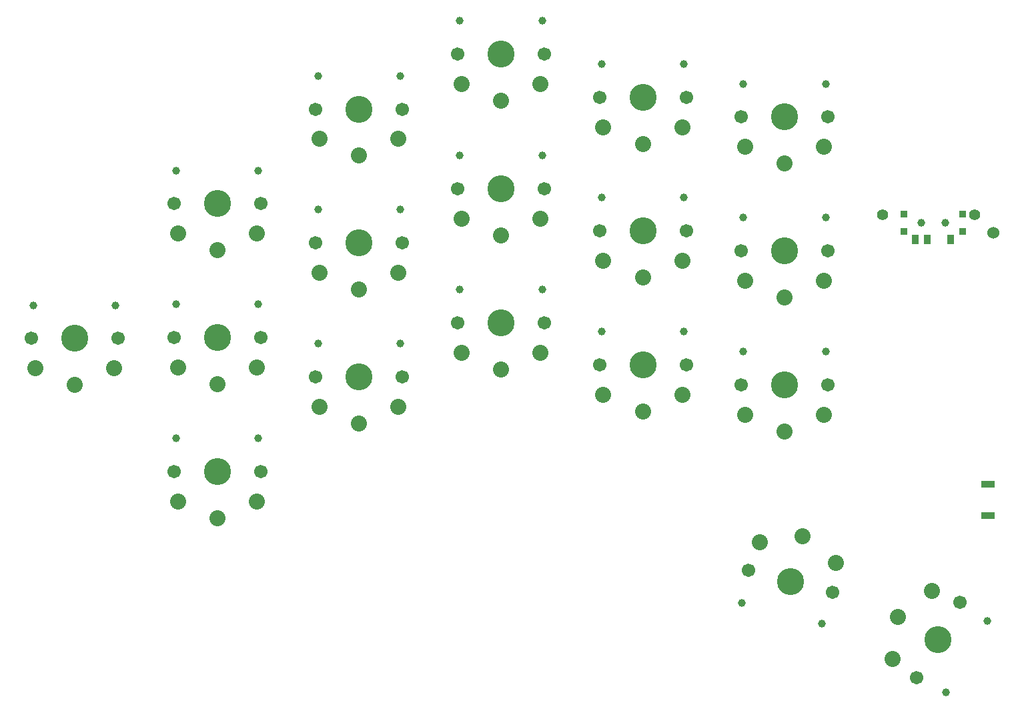
<source format=gbr>
%TF.GenerationSoftware,KiCad,Pcbnew,(6.0.2-0)*%
%TF.CreationDate,2022-03-18T22:26:56-05:00*%
%TF.ProjectId,Exkeylibur,45786b65-796c-4696-9275-722e6b696361,rev?*%
%TF.SameCoordinates,Original*%
%TF.FileFunction,Soldermask,Top*%
%TF.FilePolarity,Negative*%
%FSLAX46Y46*%
G04 Gerber Fmt 4.6, Leading zero omitted, Abs format (unit mm)*
G04 Created by KiCad (PCBNEW (6.0.2-0)) date 2022-03-18 22:26:56*
%MOMM*%
%LPD*%
G01*
G04 APERTURE LIST*
%ADD10R,1.700000X0.900000*%
%ADD11C,1.524000*%
%ADD12C,3.429000*%
%ADD13C,0.990600*%
%ADD14C,1.701800*%
%ADD15C,2.032000*%
%ADD16C,1.397000*%
%ADD17C,1.000000*%
%ADD18R,0.900000X0.900000*%
%ADD19R,0.900000X1.250000*%
G04 APERTURE END LIST*
D10*
%TO.C,RSW1*%
X145578850Y-84619158D03*
X145578850Y-88619158D03*
%TD*%
D11*
%TO.C,U1*%
X146312558Y-52716000D03*
%TD*%
D12*
%TO.C,SW16*%
X83795535Y-64151212D03*
D13*
X89015535Y-59951212D03*
D14*
X89295535Y-64151212D03*
D13*
X78575535Y-59951212D03*
D14*
X78295535Y-64151212D03*
D15*
X83795535Y-70051212D03*
X88795535Y-67951212D03*
X78795535Y-67951212D03*
%TD*%
%TO.C,SW7*%
X116684308Y-92001812D03*
X126343567Y-94590002D03*
X122057457Y-91267463D03*
D13*
X114401252Y-99672278D03*
D14*
X115217833Y-95542920D03*
X125843017Y-98389930D03*
D12*
X120530425Y-96966425D03*
D13*
X124485518Y-102374349D03*
%TD*%
%TO.C,SW15*%
X71015535Y-66809212D03*
X60575535Y-66809212D03*
D12*
X65795535Y-71009212D03*
D14*
X60295535Y-71009212D03*
X71295535Y-71009212D03*
D15*
X65795535Y-76909212D03*
X70795535Y-74809212D03*
X60795535Y-74809212D03*
%TD*%
D13*
%TO.C,SW13*%
X24440425Y-61916425D03*
D14*
X35160425Y-66116425D03*
D13*
X34880425Y-61916425D03*
D14*
X24160425Y-66116425D03*
D12*
X29660425Y-66116425D03*
D15*
X29660425Y-72016425D03*
X24660425Y-69916425D03*
X34660425Y-69916425D03*
%TD*%
D14*
%TO.C,SW17*%
X96295535Y-69485212D03*
D13*
X96575535Y-65285212D03*
D12*
X101795535Y-69485212D03*
D14*
X107295535Y-69485212D03*
D13*
X107015535Y-65285212D03*
D15*
X101795535Y-75385212D03*
X96795535Y-73285212D03*
X106795535Y-73285212D03*
%TD*%
D12*
%TO.C,SW18*%
X119775535Y-72025212D03*
D13*
X124995535Y-67825212D03*
D14*
X114275535Y-72025212D03*
X125275535Y-72025212D03*
D13*
X114555535Y-67825212D03*
D15*
X119775535Y-77925212D03*
X114775535Y-75825212D03*
X124775535Y-75825212D03*
%TD*%
D12*
%TO.C,SW4*%
X83795535Y-30017212D03*
D13*
X78575535Y-25817212D03*
D14*
X89295535Y-30017212D03*
X78295535Y-30017212D03*
D13*
X89015535Y-25817212D03*
D15*
X83795535Y-35917212D03*
X88795535Y-33817212D03*
X78795535Y-33817212D03*
%TD*%
D13*
%TO.C,SW3*%
X60575535Y-32817212D03*
X71015535Y-32817212D03*
D14*
X71295535Y-37017212D03*
D12*
X65795535Y-37017212D03*
D14*
X60295535Y-37017212D03*
D15*
X65795535Y-42917212D03*
X70795535Y-40817212D03*
X60795535Y-40817212D03*
%TD*%
D12*
%TO.C,SW9*%
X65795535Y-53991212D03*
D13*
X71015535Y-49791212D03*
D14*
X71295535Y-53991212D03*
X60295535Y-53991212D03*
D13*
X60575535Y-49791212D03*
D15*
X65795535Y-59891212D03*
X60795535Y-57791212D03*
X70795535Y-57791212D03*
%TD*%
D12*
%TO.C,SW14*%
X47795535Y-83017212D03*
D14*
X53295535Y-83017212D03*
X42295535Y-83017212D03*
D13*
X42575535Y-78817212D03*
X53015535Y-78817212D03*
D15*
X47795535Y-88917212D03*
X52795535Y-86817212D03*
X42795535Y-86817212D03*
%TD*%
D12*
%TO.C,SW12*%
X119775535Y-55007212D03*
D14*
X125275535Y-55007212D03*
X114275535Y-55007212D03*
D13*
X124995535Y-50807212D03*
X114555535Y-50807212D03*
D15*
X119775535Y-60907212D03*
X124775535Y-58807212D03*
X114775535Y-58807212D03*
%TD*%
D14*
%TO.C,SW11*%
X96295535Y-52467212D03*
D12*
X101795535Y-52467212D03*
D13*
X107015535Y-48267212D03*
X96575535Y-48267212D03*
D14*
X107295535Y-52467212D03*
D15*
X101795535Y-58367212D03*
X96795535Y-56267212D03*
X106795535Y-56267212D03*
%TD*%
D14*
%TO.C,SW8*%
X42295535Y-66017212D03*
D13*
X42575535Y-61817212D03*
D14*
X53295535Y-66017212D03*
D12*
X47795535Y-66017212D03*
D13*
X53015535Y-61817212D03*
D15*
X47795535Y-71917212D03*
X42795535Y-69817212D03*
X52795535Y-69817212D03*
%TD*%
D13*
%TO.C,SW6*%
X125015535Y-33817212D03*
X114575535Y-33817212D03*
D12*
X119795535Y-38017212D03*
D14*
X125295535Y-38017212D03*
X114295535Y-38017212D03*
D15*
X119795535Y-43917212D03*
X124795535Y-41817212D03*
X114795535Y-41817212D03*
%TD*%
D14*
%TO.C,SW5*%
X96295535Y-35517212D03*
D13*
X107015535Y-31317212D03*
X96575535Y-31317212D03*
D14*
X107295535Y-35517212D03*
D12*
X101795535Y-35517212D03*
D15*
X101795535Y-41417212D03*
X96795535Y-39317212D03*
X106795535Y-39317212D03*
%TD*%
D14*
%TO.C,SW2*%
X53295535Y-49017212D03*
D13*
X42575535Y-44817212D03*
D14*
X42295535Y-49017212D03*
D12*
X47795535Y-49017212D03*
D13*
X53015535Y-44817212D03*
D15*
X47795535Y-54917212D03*
X42795535Y-52817212D03*
X52795535Y-52817212D03*
%TD*%
D13*
%TO.C,SW10*%
X89015535Y-42933212D03*
D12*
X83795535Y-47133212D03*
D13*
X78575535Y-42933212D03*
D14*
X78295535Y-47133212D03*
X89295535Y-47133212D03*
D15*
X83795535Y-53033212D03*
X88795535Y-50933212D03*
X78795535Y-50933212D03*
%TD*%
D16*
%TO.C,BT_V1*%
X143905535Y-50435212D03*
%TD*%
%TO.C,BT_GND1*%
X132221535Y-50435212D03*
%TD*%
D17*
%TO.C,PWR_SW1*%
X140150425Y-51448925D03*
X137150425Y-51448925D03*
D18*
X142350425Y-52548925D03*
X134950425Y-52548925D03*
X142350425Y-50348925D03*
X134950425Y-50348925D03*
D19*
X140900425Y-53523925D03*
X137900425Y-53523925D03*
X136400425Y-53523925D03*
%TD*%
D14*
%TO.C,SW1*%
X142030425Y-99643285D03*
D13*
X140307732Y-111027078D03*
D14*
X136530425Y-109169565D03*
D13*
X145527732Y-101985772D03*
D12*
X139280425Y-104406425D03*
D15*
X134170875Y-101456425D03*
X138489528Y-98176298D03*
X133489528Y-106836552D03*
%TD*%
D17*
%TO.C,PWR_SW1*%
X137147158Y-51446000D03*
X140147158Y-51446000D03*
%TD*%
M02*

</source>
